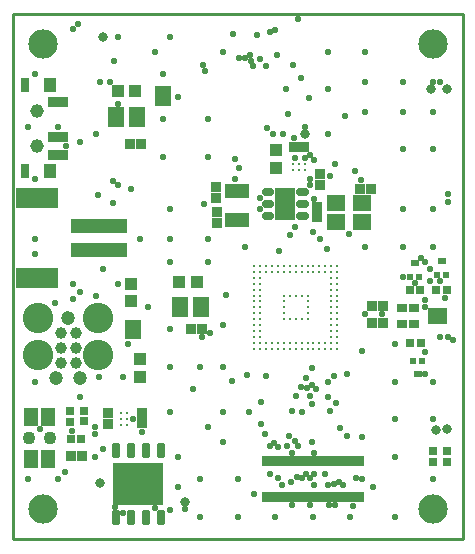
<source format=gbr>
G04 EAGLE Gerber RS-274X export*
G75*
%MOMM*%
%FSLAX34Y34*%
%LPD*%
%INSoldermask Top*%
%IPPOS*%
%AMOC8*
5,1,8,0,0,1.08239X$1,22.5*%
G01*
%ADD10C,2.489200*%
%ADD11R,1.353200X1.653200*%
%ADD12R,0.823200X0.823200*%
%ADD13R,0.903200X0.803200*%
%ADD14R,4.803200X1.203200*%
%ADD15R,3.603200X1.803200*%
%ADD16C,0.990600*%
%ADD17C,1.193800*%
%ADD18C,2.578100*%
%ADD19R,0.838200X1.473200*%
%ADD20R,1.473200X0.838200*%
%ADD21R,0.246381X0.787400*%
%ADD22R,8.737600X0.812800*%
%ADD23R,1.003200X1.003200*%
%ADD24R,0.653200X0.553200*%
%ADD25R,0.553200X0.553200*%
%ADD26R,0.703200X0.703200*%
%ADD27R,1.253200X1.603200*%
%ADD28C,1.103200*%
%ADD29R,1.703200X0.903200*%
%ADD30R,0.803200X1.203200*%
%ADD31R,1.003200X1.203200*%
%ADD32C,1.153200*%
%ADD33C,0.803200*%
%ADD34C,0.304800*%
%ADD35C,0.325000*%
%ADD36R,1.803200X2.703200*%
%ADD37C,0.653200*%
%ADD38R,1.603200X1.353200*%
%ADD39R,2.108200X1.295400*%
%ADD40C,0.315166*%
%ADD41R,4.203200X3.603200*%
%ADD42C,0.558800*%
%ADD43C,0.254000*%


D10*
X25400Y25400D03*
X355600Y25400D03*
X355600Y419100D03*
X25400Y419100D03*
D11*
X105266Y357378D03*
X87266Y357378D03*
D12*
X159948Y177800D03*
X150948Y177800D03*
D11*
X159368Y196850D03*
X141368Y196850D03*
D12*
X108386Y334772D03*
X99386Y334772D03*
X58348Y70104D03*
X49348Y70104D03*
X302950Y296926D03*
X293950Y296926D03*
X257556Y272614D03*
X257556Y281614D03*
X172212Y289124D03*
X172212Y298124D03*
X172466Y277042D03*
X172466Y268042D03*
X80518Y106608D03*
X80518Y97608D03*
X109728Y107116D03*
X109728Y98116D03*
X259842Y300046D03*
X259842Y309046D03*
X237816Y331724D03*
X246816Y331724D03*
X304364Y183134D03*
X313364Y183134D03*
X304364Y197612D03*
X313364Y197612D03*
D13*
X329264Y181976D03*
X329264Y195976D03*
X339264Y181976D03*
X339264Y195976D03*
D14*
X72560Y245270D03*
X72560Y265270D03*
D15*
X20560Y221270D03*
X20560Y289270D03*
D16*
X40386Y175006D03*
X40386Y162306D03*
X40386Y149606D03*
X53086Y149606D03*
X53086Y162306D03*
X53086Y175006D03*
D17*
X46736Y187706D03*
X56886Y136906D03*
X36586Y136906D03*
D18*
X72136Y187706D03*
X72136Y155956D03*
X21336Y155956D03*
X21336Y187706D03*
D19*
X355600Y188722D03*
X363728Y188722D03*
D20*
X102108Y173482D03*
X102108Y181610D03*
X127254Y371094D03*
X127254Y379222D03*
D21*
X252006Y35433D03*
X248006Y35433D03*
X244006Y35433D03*
X240006Y35433D03*
X236006Y35433D03*
X232006Y35433D03*
X228006Y35433D03*
X224006Y35433D03*
X220006Y35433D03*
X216006Y35433D03*
X212006Y35433D03*
X296006Y35433D03*
X292006Y35433D03*
X288006Y35433D03*
X284006Y35433D03*
X280006Y35433D03*
X276006Y35433D03*
X272006Y35433D03*
X268006Y35433D03*
X264006Y35433D03*
X260006Y35433D03*
X256006Y35433D03*
X248006Y66167D03*
X244006Y66167D03*
X240006Y66167D03*
X236006Y66167D03*
X232006Y66167D03*
X228006Y66167D03*
X224006Y66167D03*
X220006Y66167D03*
X216006Y66167D03*
X212006Y66167D03*
X296006Y66167D03*
X292006Y66167D03*
X288006Y66167D03*
X284006Y66167D03*
X280006Y66167D03*
X276006Y66167D03*
X272006Y66167D03*
X268006Y66167D03*
X264006Y66167D03*
X260006Y66167D03*
X256006Y66167D03*
X252006Y66167D03*
D22*
X254000Y35560D03*
X254000Y66040D03*
D23*
X155836Y217932D03*
X140836Y217932D03*
D24*
X362966Y235620D03*
D25*
X358966Y224120D03*
X366966Y224120D03*
D24*
X342646Y139792D03*
D25*
X346646Y151292D03*
X338646Y151292D03*
D24*
X340106Y233588D03*
D25*
X336106Y222088D03*
X344106Y222088D03*
D26*
X49094Y84836D03*
X58094Y84836D03*
X367538Y74350D03*
X367538Y65350D03*
X355854Y74350D03*
X355854Y65350D03*
X48260Y99640D03*
X48260Y108640D03*
X335860Y211328D03*
X344860Y211328D03*
X358466Y210820D03*
X367466Y210820D03*
X336622Y166116D03*
X345622Y166116D03*
X60198Y99894D03*
X60198Y108894D03*
D23*
X100076Y216542D03*
X100076Y201542D03*
X88766Y379222D03*
X103766Y379222D03*
X107950Y152788D03*
X107950Y137788D03*
X223012Y329318D03*
X223012Y314318D03*
D27*
X29856Y103598D03*
X29856Y67598D03*
X15356Y103598D03*
X15356Y67598D03*
D28*
X13606Y85598D03*
X31606Y85598D03*
D29*
X37820Y325480D03*
X37820Y340480D03*
X37820Y370480D03*
D30*
X10320Y311480D03*
D31*
X31320Y311480D03*
D30*
X10320Y384480D03*
D31*
X31320Y384480D03*
D32*
X20320Y332980D03*
X20320Y362980D03*
D33*
X367792Y381254D03*
X354076Y381254D03*
D34*
X239522Y226342D03*
X234522Y226342D03*
X229522Y226342D03*
X244522Y226342D03*
X249522Y226342D03*
X214522Y226342D03*
X209522Y226342D03*
X204522Y226342D03*
X219522Y226342D03*
X224522Y226342D03*
X264522Y226342D03*
X259522Y226342D03*
X254522Y226342D03*
X269522Y226342D03*
X274522Y226342D03*
X209522Y221342D03*
X204522Y221342D03*
X269522Y221342D03*
X274522Y221342D03*
X239522Y231367D03*
X234522Y231367D03*
X229522Y231367D03*
X244522Y231367D03*
X249522Y231367D03*
X214522Y231367D03*
X209522Y231367D03*
X204522Y231367D03*
X219522Y231367D03*
X224522Y231367D03*
X264522Y231367D03*
X259522Y231367D03*
X254522Y231367D03*
X269522Y231367D03*
X274522Y231367D03*
X209522Y216342D03*
X204522Y216342D03*
X269522Y216342D03*
X274522Y216342D03*
X209522Y211342D03*
X204522Y211342D03*
X269522Y211342D03*
X274522Y211342D03*
X239522Y206342D03*
X234522Y206342D03*
X229522Y206342D03*
X244522Y206342D03*
X249522Y206342D03*
X209522Y206342D03*
X204522Y206342D03*
X269522Y206342D03*
X274522Y206342D03*
X229522Y201342D03*
X249522Y201342D03*
X209522Y201342D03*
X204522Y201342D03*
X269522Y201342D03*
X274522Y201342D03*
X229522Y196342D03*
X249522Y196342D03*
X209522Y196342D03*
X204522Y196342D03*
X269522Y196342D03*
X274522Y196342D03*
X229522Y191342D03*
X249522Y191342D03*
X209522Y191342D03*
X204522Y191342D03*
X269522Y191342D03*
X274522Y191342D03*
X239522Y186342D03*
X234522Y186342D03*
X229522Y186342D03*
X244522Y186342D03*
X249522Y186342D03*
X209522Y186342D03*
X204522Y186342D03*
X269522Y186342D03*
X274522Y186342D03*
X209522Y181342D03*
X204522Y181342D03*
X269522Y181342D03*
X274522Y181342D03*
X209522Y176342D03*
X204522Y176342D03*
X269522Y176342D03*
X274522Y176342D03*
X209522Y171342D03*
X204522Y171342D03*
X269522Y171342D03*
X274522Y171342D03*
X239522Y166342D03*
X234522Y166342D03*
X229522Y166342D03*
X244522Y166342D03*
X249522Y166342D03*
X214522Y166342D03*
X209522Y166342D03*
X204522Y166342D03*
X219522Y166342D03*
X224522Y166342D03*
X264522Y166342D03*
X259522Y166342D03*
X254522Y166342D03*
X269522Y166342D03*
X274522Y166342D03*
X239522Y161342D03*
X234522Y161342D03*
X229522Y161342D03*
X244522Y161342D03*
X249522Y161342D03*
X214522Y161342D03*
X209522Y161342D03*
X204522Y161342D03*
X219522Y161342D03*
X224522Y161342D03*
X264522Y161342D03*
X259522Y161342D03*
X254522Y161342D03*
X269522Y161342D03*
X274522Y161342D03*
D35*
X96734Y107108D03*
X91734Y107108D03*
X96734Y102108D03*
X91734Y102108D03*
X96734Y97108D03*
X91734Y97108D03*
D36*
X230632Y283718D03*
D37*
X218132Y283718D02*
X214132Y283718D01*
X243132Y283718D02*
X247132Y283718D01*
X218132Y273718D02*
X214132Y273718D01*
X214132Y293718D02*
X218132Y293718D01*
X243132Y293718D02*
X247132Y293718D01*
X247132Y273718D02*
X243132Y273718D01*
D35*
X237570Y317460D03*
X237570Y312460D03*
X242570Y317460D03*
X242570Y312460D03*
X247570Y317460D03*
X247570Y312460D03*
D38*
X295734Y268860D03*
X295734Y284860D03*
X273734Y284860D03*
X273734Y268860D03*
D39*
X189484Y294894D03*
X189484Y270002D03*
D40*
X88762Y23180D02*
X88762Y13900D01*
X85482Y13900D01*
X85482Y23180D01*
X88762Y23180D01*
X88762Y16894D02*
X85482Y16894D01*
X85482Y19888D02*
X88762Y19888D01*
X88762Y22882D02*
X85482Y22882D01*
X101462Y23180D02*
X101462Y13900D01*
X98182Y13900D01*
X98182Y23180D01*
X101462Y23180D01*
X101462Y16894D02*
X98182Y16894D01*
X98182Y19888D02*
X101462Y19888D01*
X101462Y22882D02*
X98182Y22882D01*
X114162Y23180D02*
X114162Y13900D01*
X110882Y13900D01*
X110882Y23180D01*
X114162Y23180D01*
X114162Y16894D02*
X110882Y16894D01*
X110882Y19888D02*
X114162Y19888D01*
X114162Y22882D02*
X110882Y22882D01*
X126862Y23180D02*
X126862Y13900D01*
X123582Y13900D01*
X123582Y23180D01*
X126862Y23180D01*
X126862Y16894D02*
X123582Y16894D01*
X123582Y19888D02*
X126862Y19888D01*
X126862Y22882D02*
X123582Y22882D01*
X126862Y70800D02*
X126862Y80080D01*
X126862Y70800D02*
X123582Y70800D01*
X123582Y80080D01*
X126862Y80080D01*
X126862Y73794D02*
X123582Y73794D01*
X123582Y76788D02*
X126862Y76788D01*
X126862Y79782D02*
X123582Y79782D01*
X114162Y80080D02*
X114162Y70800D01*
X110882Y70800D01*
X110882Y80080D01*
X114162Y80080D01*
X114162Y73794D02*
X110882Y73794D01*
X110882Y76788D02*
X114162Y76788D01*
X114162Y79782D02*
X110882Y79782D01*
X101462Y80080D02*
X101462Y70800D01*
X98182Y70800D01*
X98182Y80080D01*
X101462Y80080D01*
X101462Y73794D02*
X98182Y73794D01*
X98182Y76788D02*
X101462Y76788D01*
X101462Y79782D02*
X98182Y79782D01*
X88762Y80080D02*
X88762Y70800D01*
X85482Y70800D01*
X85482Y80080D01*
X88762Y80080D01*
X88762Y73794D02*
X85482Y73794D01*
X85482Y76788D02*
X88762Y76788D01*
X88762Y79782D02*
X85482Y79782D01*
D41*
X106172Y46990D03*
D33*
X76200Y425450D03*
X146050Y31750D03*
X247650Y342900D03*
X73660Y47244D03*
X358140Y92710D03*
X367284Y92964D03*
D42*
X133350Y25146D03*
X109728Y91186D03*
X88900Y368300D03*
X70430Y342900D03*
X228600Y342900D03*
X204470Y38100D03*
X209550Y279400D03*
X161544Y283464D03*
X312166Y190754D03*
X330200Y222250D03*
X294386Y304038D03*
X186690Y427990D03*
X133350Y425450D03*
X76200Y228600D03*
X44450Y57150D03*
X99629Y296733D03*
X72136Y291592D03*
X84836Y284480D03*
X349250Y158750D03*
X353568Y218948D03*
X133350Y254000D03*
X165100Y254000D03*
X133350Y234950D03*
X165100Y234950D03*
X133350Y177800D03*
X133350Y146050D03*
X133350Y107950D03*
X152400Y127000D03*
X72644Y137160D03*
X70104Y206248D03*
X19050Y254000D03*
X133350Y279400D03*
X19050Y304800D03*
X12700Y349250D03*
X19050Y393700D03*
X88900Y425450D03*
X120650Y412750D03*
X127000Y393700D03*
X127000Y355600D03*
X127000Y323850D03*
X165100Y323850D03*
X165100Y355600D03*
X177800Y412750D03*
X266700Y412750D03*
X298450Y412750D03*
X298450Y387350D03*
X298450Y361950D03*
X330200Y387350D03*
X330200Y361950D03*
X355600Y361950D03*
X355600Y330200D03*
X330200Y330200D03*
X330200Y279400D03*
X355600Y279400D03*
X330200Y247650D03*
X355600Y247650D03*
X298450Y247650D03*
X260350Y254000D03*
X254000Y260350D03*
X214376Y138176D03*
X198120Y138684D03*
X266700Y133350D03*
X248412Y136652D03*
X323850Y101600D03*
X323850Y69850D03*
X323850Y133350D03*
X323850Y165100D03*
X355600Y133350D03*
X355600Y101600D03*
X355600Y50800D03*
X323850Y19050D03*
X285750Y19050D03*
X254000Y19050D03*
X222250Y19050D03*
X190500Y19050D03*
X158750Y19050D03*
X158750Y50800D03*
X190500Y50800D03*
X304800Y44450D03*
X227584Y46228D03*
X251968Y28956D03*
X139700Y44450D03*
X139700Y69850D03*
X69850Y69850D03*
X69850Y88900D03*
X22860Y92964D03*
X38100Y50800D03*
X12700Y50800D03*
X19050Y133350D03*
X57150Y120650D03*
X19050Y241300D03*
X107950Y254000D03*
X114300Y196850D03*
X200152Y107696D03*
X266700Y120650D03*
X361950Y171450D03*
X165100Y95250D03*
X177800Y107950D03*
X177800Y82550D03*
X266700Y342900D03*
X266700Y381000D03*
X196850Y247650D03*
X209550Y406400D03*
X239014Y322421D03*
X234950Y257810D03*
X239014Y264668D03*
X160020Y170942D03*
X241300Y440182D03*
X243840Y390144D03*
X69850Y95250D03*
X76200Y76200D03*
X236728Y72644D03*
X50800Y203200D03*
X218122Y429208D03*
X50546Y431800D03*
X57150Y209296D03*
X55372Y435864D03*
X222250Y431546D03*
X220296Y343232D03*
X355600Y387350D03*
X201422Y405130D03*
X361950Y387350D03*
X215138Y348234D03*
X214630Y400558D03*
X272542Y28956D03*
X244856Y107950D03*
X244856Y52070D03*
X290576Y51816D03*
X283210Y139954D03*
X273304Y115570D03*
X275844Y48768D03*
X220980Y81788D03*
X236474Y28956D03*
X224282Y78486D03*
X224282Y52070D03*
X210312Y116332D03*
X210312Y97536D03*
X255270Y46228D03*
X248920Y128270D03*
X268224Y108966D03*
X271526Y46482D03*
X368300Y171450D03*
X84836Y303276D03*
X209550Y289052D03*
X368300Y285496D03*
X361950Y218948D03*
X349250Y202597D03*
X372252Y168936D03*
X368300Y292100D03*
X251792Y299596D03*
X88900Y300280D03*
X295910Y51308D03*
X254762Y55372D03*
X266446Y46228D03*
X257048Y127000D03*
X251460Y52070D03*
X235966Y108966D03*
X240284Y52324D03*
X235458Y48768D03*
X253492Y144780D03*
X253492Y130810D03*
X248158Y55372D03*
X276606Y93980D03*
X283210Y87376D03*
X267716Y28956D03*
X279908Y46228D03*
X233172Y359664D03*
X266192Y246126D03*
X284734Y258064D03*
X268478Y307848D03*
X250698Y373634D03*
X247142Y322834D03*
X247142Y348742D03*
X255270Y288036D03*
X255270Y320802D03*
X230886Y381000D03*
X280924Y358394D03*
X237490Y401828D03*
X185674Y133858D03*
X231902Y78994D03*
X213614Y89408D03*
X241554Y78994D03*
X239268Y83312D03*
X217424Y78740D03*
X217424Y55372D03*
X234188Y87630D03*
X243586Y128778D03*
X251460Y120904D03*
X255016Y72644D03*
X252984Y114554D03*
X252984Y82296D03*
X295910Y159512D03*
X295910Y86868D03*
X271526Y137922D03*
X264414Y55372D03*
X239776Y120904D03*
X340360Y216916D03*
X288036Y28448D03*
X345948Y238252D03*
X353060Y228600D03*
X349250Y139700D03*
X349250Y234950D03*
X225298Y244348D03*
X191770Y313944D03*
X191770Y407670D03*
X188468Y305054D03*
X196342Y407670D03*
X289560Y311404D03*
X223774Y409702D03*
X206502Y426974D03*
X188468Y322072D03*
X201168Y409702D03*
X44704Y332740D03*
X82550Y387350D03*
X160782Y401833D03*
X73914Y387350D03*
X88900Y215900D03*
X57150Y336550D03*
X203708Y400558D03*
X177546Y145796D03*
X158750Y145796D03*
X101346Y101854D03*
X93218Y137668D03*
X146050Y25400D03*
X97790Y165100D03*
X85598Y404622D03*
X163071Y396248D03*
X251460Y325120D03*
X251460Y304800D03*
X237998Y339852D03*
X273050Y317500D03*
X180848Y207010D03*
X86614Y27178D03*
X93218Y22352D03*
X177546Y181356D03*
X120650Y26670D03*
X166878Y175006D03*
X38100Y349250D03*
X139700Y374650D03*
X298014Y190500D03*
X50292Y91948D03*
X36068Y200152D03*
X50800Y215900D03*
X349250Y196850D03*
X366268Y204216D03*
D43*
X0Y0D02*
X381000Y0D01*
X381000Y444500D01*
X0Y444500D01*
X0Y0D01*
M02*

</source>
